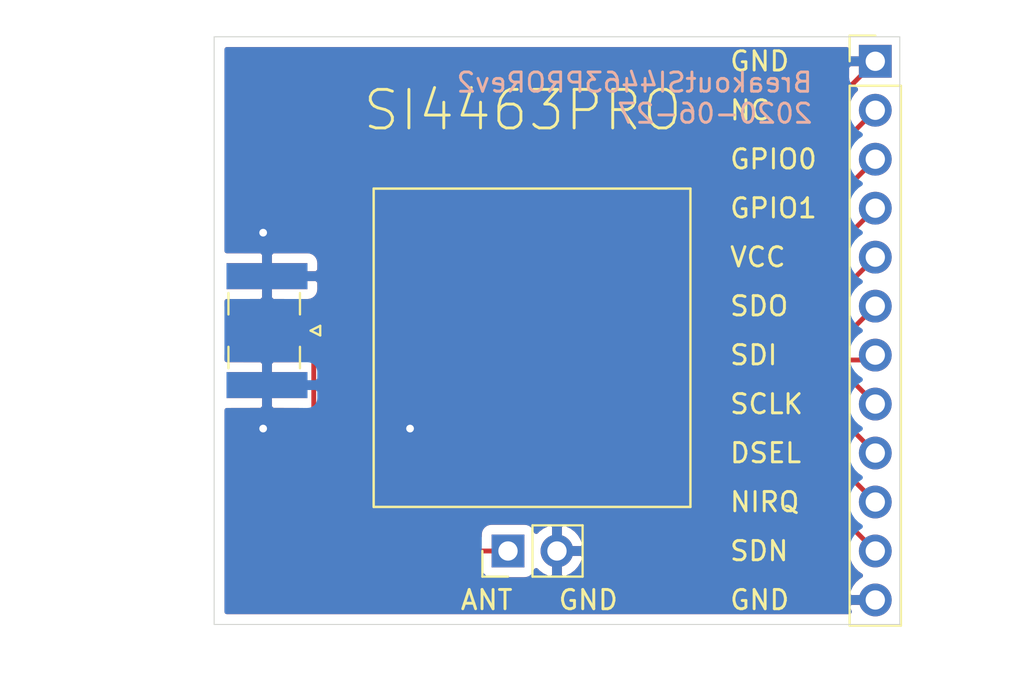
<source format=kicad_pcb>
(kicad_pcb (version 20171130) (host pcbnew "(5.1.5)-3")

  (general
    (thickness 1.6)
    (drawings 20)
    (tracks 36)
    (zones 0)
    (modules 4)
    (nets 13)
  )

  (page A4)
  (layers
    (0 F.Cu signal)
    (31 B.Cu signal)
    (32 B.Adhes user)
    (33 F.Adhes user)
    (34 B.Paste user)
    (35 F.Paste user)
    (36 B.SilkS user)
    (37 F.SilkS user)
    (38 B.Mask user)
    (39 F.Mask user)
    (40 Dwgs.User user)
    (41 Cmts.User user)
    (42 Eco1.User user)
    (43 Eco2.User user)
    (44 Edge.Cuts user)
    (45 Margin user)
    (46 B.CrtYd user)
    (47 F.CrtYd user)
    (48 B.Fab user)
    (49 F.Fab user)
  )

  (setup
    (last_trace_width 0.25)
    (trace_clearance 0.2)
    (zone_clearance 0.508)
    (zone_45_only no)
    (trace_min 0.2)
    (via_size 0.8)
    (via_drill 0.4)
    (via_min_size 0.4)
    (via_min_drill 0.3)
    (uvia_size 0.3)
    (uvia_drill 0.1)
    (uvias_allowed no)
    (uvia_min_size 0.2)
    (uvia_min_drill 0.1)
    (edge_width 0.05)
    (segment_width 0.2)
    (pcb_text_width 0.3)
    (pcb_text_size 1.5 1.5)
    (mod_edge_width 0.12)
    (mod_text_size 1 1)
    (mod_text_width 0.15)
    (pad_size 1.524 1.524)
    (pad_drill 0.762)
    (pad_to_mask_clearance 0.051)
    (solder_mask_min_width 0.25)
    (aux_axis_origin 0 0)
    (visible_elements 7FFFFFFF)
    (pcbplotparams
      (layerselection 0x010fc_ffffffff)
      (usegerberextensions false)
      (usegerberattributes false)
      (usegerberadvancedattributes false)
      (creategerberjobfile false)
      (excludeedgelayer true)
      (linewidth 0.100000)
      (plotframeref false)
      (viasonmask false)
      (mode 1)
      (useauxorigin false)
      (hpglpennumber 1)
      (hpglpenspeed 20)
      (hpglpendiameter 15.000000)
      (psnegative false)
      (psa4output false)
      (plotreference true)
      (plotvalue true)
      (plotinvisibletext false)
      (padsonsilk false)
      (subtractmaskfromsilk false)
      (outputformat 1)
      (mirror false)
      (drillshape 1)
      (scaleselection 1)
      (outputdirectory ""))
  )

  (net 0 "")
  (net 1 "Net-(J1-Pad1)")
  (net 2 "Net-(J3-Pad11)")
  (net 3 "Net-(J3-Pad10)")
  (net 4 "Net-(J3-Pad9)")
  (net 5 "Net-(J3-Pad8)")
  (net 6 "Net-(J3-Pad7)")
  (net 7 "Net-(J3-Pad6)")
  (net 8 "Net-(J3-Pad5)")
  (net 9 "Net-(J3-Pad4)")
  (net 10 "Net-(J3-Pad3)")
  (net 11 "Net-(J3-Pad2)")
  (net 12 GND)

  (net_class Default "This is the default net class."
    (clearance 0.2)
    (trace_width 0.25)
    (via_dia 0.8)
    (via_drill 0.4)
    (uvia_dia 0.3)
    (uvia_drill 0.1)
    (add_net GND)
    (add_net "Net-(J1-Pad1)")
    (add_net "Net-(J3-Pad10)")
    (add_net "Net-(J3-Pad11)")
    (add_net "Net-(J3-Pad2)")
    (add_net "Net-(J3-Pad3)")
    (add_net "Net-(J3-Pad4)")
    (add_net "Net-(J3-Pad5)")
    (add_net "Net-(J3-Pad6)")
    (add_net "Net-(J3-Pad7)")
    (add_net "Net-(J3-Pad8)")
    (add_net "Net-(J3-Pad9)")
  )

  (module Socket_Strips:Socket_Strip_Straight_1x02_Pitch2.54mm (layer F.Cu) (tedit 58CD5446) (tstamp 5F0C887E)
    (at 128.27 116.84 90)
    (descr "Through hole straight socket strip, 1x02, 2.54mm pitch, single row")
    (tags "Through hole socket strip THT 1x02 2.54mm single row")
    (path /5EF7DB04)
    (fp_text reference J2 (at 0 -2.33 90) (layer F.SilkS) hide
      (effects (font (size 1 1) (thickness 0.15)))
    )
    (fp_text value Conn_01x02_Female (at 0 4.87 90) (layer F.Fab)
      (effects (font (size 1 1) (thickness 0.15)))
    )
    (fp_text user %R (at 0 -2.33 90) (layer F.Fab)
      (effects (font (size 1 1) (thickness 0.15)))
    )
    (fp_line (start 1.8 -1.8) (end -1.8 -1.8) (layer F.CrtYd) (width 0.05))
    (fp_line (start 1.8 4.35) (end 1.8 -1.8) (layer F.CrtYd) (width 0.05))
    (fp_line (start -1.8 4.35) (end 1.8 4.35) (layer F.CrtYd) (width 0.05))
    (fp_line (start -1.8 -1.8) (end -1.8 4.35) (layer F.CrtYd) (width 0.05))
    (fp_line (start -1.33 -1.33) (end 0 -1.33) (layer F.SilkS) (width 0.12))
    (fp_line (start -1.33 0) (end -1.33 -1.33) (layer F.SilkS) (width 0.12))
    (fp_line (start 1.33 1.27) (end -1.33 1.27) (layer F.SilkS) (width 0.12))
    (fp_line (start 1.33 3.87) (end 1.33 1.27) (layer F.SilkS) (width 0.12))
    (fp_line (start -1.33 3.87) (end 1.33 3.87) (layer F.SilkS) (width 0.12))
    (fp_line (start -1.33 1.27) (end -1.33 3.87) (layer F.SilkS) (width 0.12))
    (fp_line (start 1.27 -1.27) (end -1.27 -1.27) (layer F.Fab) (width 0.1))
    (fp_line (start 1.27 3.81) (end 1.27 -1.27) (layer F.Fab) (width 0.1))
    (fp_line (start -1.27 3.81) (end 1.27 3.81) (layer F.Fab) (width 0.1))
    (fp_line (start -1.27 -1.27) (end -1.27 3.81) (layer F.Fab) (width 0.1))
    (pad 2 thru_hole oval (at 0 2.54 90) (size 1.7 1.7) (drill 1) (layers *.Cu *.Mask)
      (net 12 GND))
    (pad 1 thru_hole rect (at 0 0 90) (size 1.7 1.7) (drill 1) (layers *.Cu *.Mask)
      (net 1 "Net-(J1-Pad1)"))
    (model ${KISYS3DMOD}/Socket_Strips.3dshapes/Socket_Strip_Straight_1x02_Pitch2.54mm.wrl
      (offset (xyz 0 -1.269999980926514 0))
      (scale (xyz 1 1 1))
      (rotate (xyz 0 0 270))
    )
  )

  (module Socket_Strips:Socket_Strip_Straight_1x12_Pitch2.54mm (layer F.Cu) (tedit 58CD5446) (tstamp 5EF8C691)
    (at 147.32 91.44)
    (descr "Through hole straight socket strip, 1x12, 2.54mm pitch, single row")
    (tags "Through hole socket strip THT 1x12 2.54mm single row")
    (path /5EF7C630)
    (fp_text reference J3 (at 0 -2.33) (layer F.SilkS) hide
      (effects (font (size 1 1) (thickness 0.15)))
    )
    (fp_text value Conn_01x12_Female (at 0 30.27) (layer F.Fab)
      (effects (font (size 1 1) (thickness 0.15)))
    )
    (fp_text user %R (at 0 -2.33) (layer F.Fab)
      (effects (font (size 1 1) (thickness 0.15)))
    )
    (fp_line (start 1.8 -1.8) (end -1.8 -1.8) (layer F.CrtYd) (width 0.05))
    (fp_line (start 1.8 29.75) (end 1.8 -1.8) (layer F.CrtYd) (width 0.05))
    (fp_line (start -1.8 29.75) (end 1.8 29.75) (layer F.CrtYd) (width 0.05))
    (fp_line (start -1.8 -1.8) (end -1.8 29.75) (layer F.CrtYd) (width 0.05))
    (fp_line (start -1.33 -1.33) (end 0 -1.33) (layer F.SilkS) (width 0.12))
    (fp_line (start -1.33 0) (end -1.33 -1.33) (layer F.SilkS) (width 0.12))
    (fp_line (start 1.33 1.27) (end -1.33 1.27) (layer F.SilkS) (width 0.12))
    (fp_line (start 1.33 29.27) (end 1.33 1.27) (layer F.SilkS) (width 0.12))
    (fp_line (start -1.33 29.27) (end 1.33 29.27) (layer F.SilkS) (width 0.12))
    (fp_line (start -1.33 1.27) (end -1.33 29.27) (layer F.SilkS) (width 0.12))
    (fp_line (start 1.27 -1.27) (end -1.27 -1.27) (layer F.Fab) (width 0.1))
    (fp_line (start 1.27 29.21) (end 1.27 -1.27) (layer F.Fab) (width 0.1))
    (fp_line (start -1.27 29.21) (end 1.27 29.21) (layer F.Fab) (width 0.1))
    (fp_line (start -1.27 -1.27) (end -1.27 29.21) (layer F.Fab) (width 0.1))
    (pad 12 thru_hole oval (at 0 27.94) (size 1.7 1.7) (drill 1) (layers *.Cu *.Mask)
      (net 12 GND))
    (pad 11 thru_hole oval (at 0 25.4) (size 1.7 1.7) (drill 1) (layers *.Cu *.Mask)
      (net 2 "Net-(J3-Pad11)"))
    (pad 10 thru_hole oval (at 0 22.86) (size 1.7 1.7) (drill 1) (layers *.Cu *.Mask)
      (net 3 "Net-(J3-Pad10)"))
    (pad 9 thru_hole oval (at 0 20.32) (size 1.7 1.7) (drill 1) (layers *.Cu *.Mask)
      (net 4 "Net-(J3-Pad9)"))
    (pad 8 thru_hole oval (at 0 17.78) (size 1.7 1.7) (drill 1) (layers *.Cu *.Mask)
      (net 5 "Net-(J3-Pad8)"))
    (pad 7 thru_hole oval (at 0 15.24) (size 1.7 1.7) (drill 1) (layers *.Cu *.Mask)
      (net 6 "Net-(J3-Pad7)"))
    (pad 6 thru_hole oval (at 0 12.7) (size 1.7 1.7) (drill 1) (layers *.Cu *.Mask)
      (net 7 "Net-(J3-Pad6)"))
    (pad 5 thru_hole oval (at 0 10.16) (size 1.7 1.7) (drill 1) (layers *.Cu *.Mask)
      (net 8 "Net-(J3-Pad5)"))
    (pad 4 thru_hole oval (at 0 7.62) (size 1.7 1.7) (drill 1) (layers *.Cu *.Mask)
      (net 9 "Net-(J3-Pad4)"))
    (pad 3 thru_hole oval (at 0 5.08) (size 1.7 1.7) (drill 1) (layers *.Cu *.Mask)
      (net 10 "Net-(J3-Pad3)"))
    (pad 2 thru_hole oval (at 0 2.54) (size 1.7 1.7) (drill 1) (layers *.Cu *.Mask)
      (net 11 "Net-(J3-Pad2)"))
    (pad 1 thru_hole rect (at 0 0) (size 1.7 1.7) (drill 1) (layers *.Cu *.Mask)
      (net 12 GND))
    (model ${KISYS3DMOD}/Socket_Strips.3dshapes/Socket_Strip_Straight_1x12_Pitch2.54mm.wrl
      (offset (xyz 0 -13.96999979019165 0))
      (scale (xyz 1 1 1))
      (rotate (xyz 0 0 270))
    )
  )

  (module CustomFootprintLibrary:RF4463PRO_LiteralLayout (layer F.Cu) (tedit 5EF7AD4A) (tstamp 5F0C8FF7)
    (at 129.54 106.68 180)
    (path /5EF7A900)
    (fp_text reference U1 (at -6.858 -9.398) (layer F.SilkS) hide
      (effects (font (size 1 1) (thickness 0.15)))
    )
    (fp_text value RF4463PRO_LiteralLayout (at -1.524 10.16) (layer F.Fab)
      (effects (font (size 1 1) (thickness 0.15)))
    )
    (fp_line (start -8.1915 8.636) (end -8.1915 -7.874) (layer F.SilkS) (width 0.127))
    (fp_line (start -8.1915 -7.874) (end 8.23722 -7.874) (layer F.SilkS) (width 0.127))
    (fp_line (start 8.23722 8.636) (end -8.1915 8.636) (layer F.SilkS) (width 0.127))
    (fp_line (start 8.23722 -7.874) (end 8.23722 8.636) (layer F.SilkS) (width 0.127))
    (fp_text user >VALUE (at -1.524 6.731) (layer F.SilkS) hide
      (effects (font (size 1.27 1.27) (thickness 0.1016)))
    )
    (fp_text user >NAME (at -2.159 -5.969) (layer F.SilkS) hide
      (effects (font (size 1.27 1.27) (thickness 0.1016)))
    )
    (pad 13 smd rect (at 8.55472 -5.41274 180) (size 1.6764 0.8128) (layers F.Cu F.Paste F.Mask)
      (net 12 GND))
    (pad 12 smd rect (at -8.58774 7.366 180) (size 1.6764 0.8128) (layers F.Cu F.Paste F.Mask)
      (net 12 GND))
    (pad 9 smd rect (at -8.58774 3.556 180) (size 1.6764 0.8128) (layers F.Cu F.Paste F.Mask)
      (net 9 "Net-(J3-Pad4)"))
    (pad 2 smd rect (at -8.58774 -5.334 180) (size 1.6764 0.8128) (layers F.Cu F.Paste F.Mask)
      (net 2 "Net-(J3-Pad11)"))
    (pad 5 smd rect (at -8.58774 -1.524 180) (size 1.6764 0.8128) (layers F.Cu F.Paste F.Mask)
      (net 5 "Net-(J3-Pad8)"))
    (pad 6 smd rect (at -8.58774 -0.254 180) (size 1.6764 0.8128) (layers F.Cu F.Paste F.Mask)
      (net 6 "Net-(J3-Pad7)"))
    (pad 7 smd rect (at -8.58774 1.09474 180) (size 1.6764 0.8128) (layers F.Cu F.Paste F.Mask)
      (net 7 "Net-(J3-Pad6)"))
    (pad 10 smd rect (at -8.58774 4.826 180) (size 1.6764 0.8128) (layers F.Cu F.Paste F.Mask)
      (net 10 "Net-(J3-Pad3)"))
    (pad 1 smd rect (at -8.58774 -6.604 180) (size 1.6764 0.8128) (layers F.Cu F.Paste F.Mask)
      (net 12 GND))
    (pad 14 smd rect (at 8.55472 -6.604 180) (size 1.6764 0.8128) (layers F.Cu F.Paste F.Mask)
      (net 1 "Net-(J1-Pad1)"))
    (pad 11 smd rect (at -8.58774 6.096 180) (size 1.6764 0.8128) (layers F.Cu F.Paste F.Mask)
      (net 11 "Net-(J3-Pad2)"))
    (pad 8 smd rect (at -8.58774 2.286 180) (size 1.6764 0.8128) (layers F.Cu F.Paste F.Mask)
      (net 8 "Net-(J3-Pad5)"))
    (pad 4 smd rect (at -8.58774 -2.794 180) (size 1.6764 0.8128) (layers F.Cu F.Paste F.Mask)
      (net 4 "Net-(J3-Pad9)"))
    (pad 3 smd rect (at -8.58774 -4.064 180) (size 1.6764 0.8128) (layers F.Cu F.Paste F.Mask)
      (net 3 "Net-(J3-Pad10)"))
  )

  (module Connector_Coaxial:SMA_Samtec_SMA-J-P-X-ST-EM1_EdgeMount (layer F.Cu) (tedit 5DAA3454) (tstamp 5F0C8715)
    (at 115.77 105.41 270)
    (descr "Connector SMA, 0Hz to 20GHz, 50Ohm, Edge Mount (http://suddendocs.samtec.com/prints/sma-j-p-x-st-em1-mkt.pdf)")
    (tags "SMA Straight Samtec Edge Mount")
    (path /5EF7BE25)
    (attr smd)
    (fp_text reference J1 (at 0 -3.5 90) (layer F.SilkS) hide
      (effects (font (size 1 1) (thickness 0.15)))
    )
    (fp_text value Conn_Coaxial (at 0 13 90) (layer F.Fab)
      (effects (font (size 1 1) (thickness 0.15)))
    )
    (fp_line (start -0.25 -2.76) (end 0 -2.26) (layer F.SilkS) (width 0.12))
    (fp_line (start 0.25 -2.76) (end -0.25 -2.76) (layer F.SilkS) (width 0.12))
    (fp_line (start 0 -2.26) (end 0.25 -2.76) (layer F.SilkS) (width 0.12))
    (fp_line (start 0 3.1) (end -0.64 2.1) (layer F.Fab) (width 0.1))
    (fp_line (start 0.64 2.1) (end 0 3.1) (layer F.Fab) (width 0.1))
    (fp_text user %R (at 0 4.79 270) (layer F.Fab)
      (effects (font (size 1 1) (thickness 0.15)))
    )
    (fp_line (start 4 2.6) (end 4 -2.6) (layer F.CrtYd) (width 0.05))
    (fp_line (start 3.68 12.12) (end -3.68 12.12) (layer F.CrtYd) (width 0.05))
    (fp_line (start -4 2.6) (end -4 -2.6) (layer F.CrtYd) (width 0.05))
    (fp_line (start -4 -2.6) (end 4 -2.6) (layer F.CrtYd) (width 0.05))
    (fp_line (start 4 2.6) (end 4 -2.6) (layer B.CrtYd) (width 0.05))
    (fp_line (start 3.68 12.12) (end -3.68 12.12) (layer B.CrtYd) (width 0.05))
    (fp_line (start -4 2.6) (end -4 -2.6) (layer B.CrtYd) (width 0.05))
    (fp_line (start -4 -2.6) (end 4 -2.6) (layer B.CrtYd) (width 0.05))
    (fp_line (start 3.165 11.62) (end -3.165 11.62) (layer F.Fab) (width 0.1))
    (fp_line (start 3.175 -1.71) (end 3.175 11.62) (layer F.Fab) (width 0.1))
    (fp_line (start 3.175 -1.71) (end 2.365 -1.71) (layer F.Fab) (width 0.1))
    (fp_line (start 2.365 -1.71) (end 2.365 2.1) (layer F.Fab) (width 0.1))
    (fp_line (start 2.365 2.1) (end -2.365 2.1) (layer F.Fab) (width 0.1))
    (fp_line (start -2.365 2.1) (end -2.365 -1.71) (layer F.Fab) (width 0.1))
    (fp_line (start -2.365 -1.71) (end -3.175 -1.71) (layer F.Fab) (width 0.1))
    (fp_line (start -3.175 -1.71) (end -3.175 11.62) (layer F.Fab) (width 0.1))
    (fp_line (start 4.1 2.1) (end -4.1 2.1) (layer Dwgs.User) (width 0.1))
    (fp_text user "PCB Edge" (at 0 2.6 90) (layer Dwgs.User)
      (effects (font (size 0.5 0.5) (thickness 0.1)))
    )
    (fp_line (start -3.68 2.6) (end -4 2.6) (layer F.CrtYd) (width 0.05))
    (fp_line (start -3.68 12.12) (end -3.68 2.6) (layer F.CrtYd) (width 0.05))
    (fp_line (start 3.68 2.6) (end 4 2.6) (layer F.CrtYd) (width 0.05))
    (fp_line (start 3.68 2.6) (end 3.68 12.12) (layer F.CrtYd) (width 0.05))
    (fp_line (start -3.68 2.6) (end -4 2.6) (layer B.CrtYd) (width 0.05))
    (fp_line (start -3.68 12.12) (end -3.68 2.6) (layer B.CrtYd) (width 0.05))
    (fp_line (start 4 2.6) (end 3.68 2.6) (layer B.CrtYd) (width 0.05))
    (fp_line (start 3.68 2.6) (end 3.68 12.12) (layer B.CrtYd) (width 0.05))
    (fp_line (start -1.95 2) (end -0.84 2) (layer F.SilkS) (width 0.12))
    (fp_line (start 0.84 2) (end 1.95 2) (layer F.SilkS) (width 0.12))
    (fp_line (start -1.95 -1.71) (end -0.84 -1.71) (layer F.SilkS) (width 0.12))
    (fp_line (start 0.84 -1.71) (end 1.95 -1.71) (layer F.SilkS) (width 0.12))
    (fp_text user "Board Thickness: 1.57mm" (at 0 -5.45 90) (layer Cmts.User)
      (effects (font (size 1 1) (thickness 0.15)))
    )
    (pad 2 smd rect (at -2.825 0 270) (size 1.35 4.2) (layers B.Cu B.Paste B.Mask)
      (net 12 GND))
    (pad 2 smd rect (at 2.825 0 270) (size 1.35 4.2) (layers B.Cu B.Paste B.Mask)
      (net 12 GND))
    (pad 2 smd rect (at -2.825 0 270) (size 1.35 4.2) (layers F.Cu F.Paste F.Mask)
      (net 12 GND))
    (pad 2 smd rect (at 2.825 0 270) (size 1.35 4.2) (layers F.Cu F.Paste F.Mask)
      (net 12 GND))
    (pad 1 smd rect (at 0 0.2 270) (size 1.27 3.6) (layers F.Cu F.Paste F.Mask)
      (net 1 "Net-(J1-Pad1)"))
    (model ${KISYS3DMOD}/Connector_Coaxial.3dshapes/SMA_Samtec_SMA-J-P-X-ST-EM1_EdgeMount.wrl
      (at (xyz 0 0 0))
      (scale (xyz 1 1 1))
      (rotate (xyz 0 0 0))
    )
  )

  (gr_text "BreakoutSI4463PRORev2\n2020-06-27" (at 144.145 93.345) (layer B.SilkS)
    (effects (font (size 1 1) (thickness 0.15)) (justify left mirror))
  )
  (gr_line (start 148.59 120.65) (end 148.59 90.17) (layer Edge.Cuts) (width 0.05) (tstamp 5F0C8F95))
  (gr_line (start 113.03 120.65) (end 148.59 120.65) (layer Edge.Cuts) (width 0.05))
  (gr_line (start 113.03 90.17) (end 113.03 120.65) (layer Edge.Cuts) (width 0.05))
  (gr_line (start 148.59 90.17) (end 113.03 90.17) (layer Edge.Cuts) (width 0.05))
  (gr_text SI4463PRO (at 120.65 93.98) (layer F.SilkS)
    (effects (font (size 2 2) (thickness 0.15)) (justify left))
  )
  (gr_text ANT (at 125.73 119.38) (layer F.SilkS) (tstamp 5F0C8C58)
    (effects (font (size 1 1) (thickness 0.15)) (justify left))
  )
  (gr_text GND (at 130.81 119.38) (layer F.SilkS) (tstamp 5F0C8DFA)
    (effects (font (size 1 1) (thickness 0.15)) (justify left))
  )
  (gr_text GND (at 139.7 91.44) (layer F.SilkS) (tstamp 5F0C8C3A)
    (effects (font (size 1 1) (thickness 0.15)) (justify left))
  )
  (gr_text GND (at 139.7 119.38) (layer F.SilkS) (tstamp 5F0C8BFA)
    (effects (font (size 1 1) (thickness 0.15)) (justify left))
  )
  (gr_text SDN (at 139.7 116.84) (layer F.SilkS) (tstamp 5F0C8BF4)
    (effects (font (size 1 1) (thickness 0.15)) (justify left))
  )
  (gr_text NIRQ (at 139.7 114.3) (layer F.SilkS) (tstamp 5F0C8BF2)
    (effects (font (size 1 1) (thickness 0.15)) (justify left))
  )
  (gr_text DSEL (at 139.7 111.76) (layer F.SilkS) (tstamp 5F0C8BF0)
    (effects (font (size 1 1) (thickness 0.15)) (justify left))
  )
  (gr_text SCLK (at 139.7 109.22) (layer F.SilkS) (tstamp 5F0C8BEE)
    (effects (font (size 1 1) (thickness 0.15)) (justify left))
  )
  (gr_text SDI (at 139.7 106.68) (layer F.SilkS) (tstamp 5F0C8BEC)
    (effects (font (size 1 1) (thickness 0.15)) (justify left))
  )
  (gr_text SDO (at 139.7 104.14) (layer F.SilkS) (tstamp 5F0C8BEA)
    (effects (font (size 1 1) (thickness 0.15)) (justify left))
  )
  (gr_text VCC (at 139.7 101.6) (layer F.SilkS) (tstamp 5F0C8BE8)
    (effects (font (size 1 1) (thickness 0.15)) (justify left))
  )
  (gr_text GPIO1 (at 139.7 99.06) (layer F.SilkS) (tstamp 5F0C8BE6)
    (effects (font (size 1 1) (thickness 0.15)) (justify left))
  )
  (gr_text GPIO0 (at 139.7 96.52) (layer F.SilkS) (tstamp 5F0C8BE4)
    (effects (font (size 1 1) (thickness 0.15)) (justify left))
  )
  (gr_text NC (at 139.7 93.98) (layer F.SilkS)
    (effects (font (size 1 1) (thickness 0.15)) (justify left))
  )

  (segment (start 120.98528 113.9404) (end 120.98528 113.284) (width 0.25) (layer F.Cu) (net 1))
  (segment (start 123.88488 116.84) (end 120.98528 113.9404) (width 0.25) (layer F.Cu) (net 1))
  (segment (start 128.27 116.84) (end 123.88488 116.84) (width 0.25) (layer F.Cu) (net 1))
  (segment (start 117.62 105.41) (end 115.57 105.41) (width 0.25) (layer F.Cu) (net 1))
  (segment (start 118.195001 105.985001) (end 117.62 105.41) (width 0.25) (layer F.Cu) (net 1))
  (segment (start 118.195001 111.581921) (end 118.195001 105.985001) (width 0.25) (layer F.Cu) (net 1))
  (segment (start 119.89708 113.284) (end 118.195001 111.581921) (width 0.25) (layer F.Cu) (net 1))
  (segment (start 120.98528 113.284) (end 119.89708 113.284) (width 0.25) (layer F.Cu) (net 1))
  (segment (start 142.494 112.014) (end 147.32 116.84) (width 0.25) (layer F.Cu) (net 2))
  (segment (start 138.12774 112.014) (end 142.494 112.014) (width 0.25) (layer F.Cu) (net 2))
  (segment (start 143.764 110.744) (end 138.12774 110.744) (width 0.25) (layer F.Cu) (net 3))
  (segment (start 147.32 114.3) (end 143.764 110.744) (width 0.25) (layer F.Cu) (net 3))
  (segment (start 145.034 109.474) (end 147.32 111.76) (width 0.25) (layer F.Cu) (net 4))
  (segment (start 138.12774 109.474) (end 145.034 109.474) (width 0.25) (layer F.Cu) (net 4))
  (segment (start 146.304 108.204) (end 138.12774 108.204) (width 0.25) (layer F.Cu) (net 5))
  (segment (start 147.32 109.22) (end 146.304 108.204) (width 0.25) (layer F.Cu) (net 5))
  (segment (start 147.066 106.934) (end 147.32 106.68) (width 0.25) (layer F.Cu) (net 6))
  (segment (start 138.12774 106.934) (end 147.066 106.934) (width 0.25) (layer F.Cu) (net 6))
  (segment (start 145.87474 105.58526) (end 138.12774 105.58526) (width 0.25) (layer F.Cu) (net 7))
  (segment (start 147.32 104.14) (end 145.87474 105.58526) (width 0.25) (layer F.Cu) (net 7))
  (segment (start 144.526 104.394) (end 138.12774 104.394) (width 0.25) (layer F.Cu) (net 8))
  (segment (start 147.32 101.6) (end 144.526 104.394) (width 0.25) (layer F.Cu) (net 8))
  (segment (start 143.256 103.124) (end 147.32 99.06) (width 0.25) (layer F.Cu) (net 9))
  (segment (start 138.12774 103.124) (end 143.256 103.124) (width 0.25) (layer F.Cu) (net 9))
  (segment (start 141.986 101.854) (end 147.32 96.52) (width 0.25) (layer F.Cu) (net 10))
  (segment (start 138.12774 101.854) (end 141.986 101.854) (width 0.25) (layer F.Cu) (net 10))
  (segment (start 140.716 100.584) (end 147.32 93.98) (width 0.25) (layer F.Cu) (net 11))
  (segment (start 138.12774 100.584) (end 140.716 100.584) (width 0.25) (layer F.Cu) (net 11))
  (segment (start 139.446 99.314) (end 147.32 91.44) (width 0.25) (layer F.Cu) (net 12))
  (segment (start 138.12774 99.314) (end 139.446 99.314) (width 0.25) (layer F.Cu) (net 12))
  (segment (start 138.12774 113.9404) (end 138.12774 113.284) (width 0.25) (layer F.Cu) (net 12))
  (segment (start 143.56734 119.38) (end 138.12774 113.9404) (width 0.25) (layer F.Cu) (net 12))
  (segment (start 147.32 119.38) (end 143.56734 119.38) (width 0.25) (layer F.Cu) (net 12))
  (via (at 115.57 100.33) (size 0.8) (drill 0.4) (layers F.Cu B.Cu) (net 12))
  (via (at 115.57 110.49) (size 0.8) (drill 0.4) (layers F.Cu B.Cu) (net 12))
  (via (at 123.19 110.49) (size 0.8) (drill 0.4) (layers F.Cu B.Cu) (net 12))

  (zone (net 12) (net_name GND) (layer F.Cu) (tstamp 0) (hatch edge 0.508)
    (connect_pads (clearance 0.508))
    (min_thickness 0.254)
    (fill yes (arc_segments 32) (thermal_gap 0.508) (thermal_bridge_width 0.508))
    (polygon
      (pts
        (xy 148.59 120.65) (xy 113.03 120.65) (xy 113.03 90.17) (xy 148.59 90.17)
      )
    )
    (filled_polygon
      (pts
        (xy 145.835 91.15425) (xy 145.99375 91.313) (xy 147.193 91.313) (xy 147.193 91.293) (xy 147.447 91.293)
        (xy 147.447 91.313) (xy 147.467 91.313) (xy 147.467 91.567) (xy 147.447 91.567) (xy 147.447 91.587)
        (xy 147.193 91.587) (xy 147.193 91.567) (xy 145.99375 91.567) (xy 145.835 91.72575) (xy 145.831928 92.29)
        (xy 145.844188 92.414482) (xy 145.880498 92.53418) (xy 145.939463 92.644494) (xy 146.018815 92.741185) (xy 146.115506 92.820537)
        (xy 146.22582 92.879502) (xy 146.29838 92.901513) (xy 146.166525 93.033368) (xy 146.00401 93.276589) (xy 145.892068 93.546842)
        (xy 145.835 93.83374) (xy 145.835 94.12626) (xy 145.87879 94.346408) (xy 140.401199 99.824) (xy 139.593809 99.824)
        (xy 139.604012 99.7204) (xy 139.60094 99.59975) (xy 139.44219 99.441) (xy 138.25474 99.441) (xy 138.25474 99.461)
        (xy 138.00074 99.461) (xy 138.00074 99.441) (xy 136.81329 99.441) (xy 136.65454 99.59975) (xy 136.651468 99.7204)
        (xy 136.663728 99.844882) (xy 136.695312 99.949) (xy 136.663728 100.053118) (xy 136.651468 100.1776) (xy 136.651468 100.9904)
        (xy 136.663728 101.114882) (xy 136.695312 101.219) (xy 136.663728 101.323118) (xy 136.651468 101.4476) (xy 136.651468 102.2604)
        (xy 136.663728 102.384882) (xy 136.695312 102.489) (xy 136.663728 102.593118) (xy 136.651468 102.7176) (xy 136.651468 103.5304)
        (xy 136.663728 103.654882) (xy 136.695312 103.759) (xy 136.663728 103.863118) (xy 136.651468 103.9876) (xy 136.651468 104.8004)
        (xy 136.663728 104.924882) (xy 136.683369 104.98963) (xy 136.663728 105.054378) (xy 136.651468 105.17886) (xy 136.651468 105.99166)
        (xy 136.663728 106.116142) (xy 136.700038 106.23584) (xy 136.712754 106.25963) (xy 136.700038 106.28342) (xy 136.663728 106.403118)
        (xy 136.651468 106.5276) (xy 136.651468 107.3404) (xy 136.663728 107.464882) (xy 136.695312 107.569) (xy 136.663728 107.673118)
        (xy 136.651468 107.7976) (xy 136.651468 108.6104) (xy 136.663728 108.734882) (xy 136.695312 108.839) (xy 136.663728 108.943118)
        (xy 136.651468 109.0676) (xy 136.651468 109.8804) (xy 136.663728 110.004882) (xy 136.695312 110.109) (xy 136.663728 110.213118)
        (xy 136.651468 110.3376) (xy 136.651468 111.1504) (xy 136.663728 111.274882) (xy 136.695312 111.379) (xy 136.663728 111.483118)
        (xy 136.651468 111.6076) (xy 136.651468 112.4204) (xy 136.663728 112.544882) (xy 136.695312 112.649) (xy 136.663728 112.753118)
        (xy 136.651468 112.8776) (xy 136.65454 112.99825) (xy 136.81329 113.157) (xy 138.00074 113.157) (xy 138.00074 113.137)
        (xy 138.25474 113.137) (xy 138.25474 113.157) (xy 139.44219 113.157) (xy 139.60094 112.99825) (xy 139.604012 112.8776)
        (xy 139.593809 112.774) (xy 142.179199 112.774) (xy 145.87879 116.473592) (xy 145.835 116.69374) (xy 145.835 116.98626)
        (xy 145.892068 117.273158) (xy 146.00401 117.543411) (xy 146.166525 117.786632) (xy 146.373368 117.993475) (xy 146.555534 118.115195)
        (xy 146.438645 118.184822) (xy 146.222412 118.379731) (xy 146.048359 118.61308) (xy 145.923175 118.875901) (xy 145.878524 119.02311)
        (xy 145.999845 119.253) (xy 147.193 119.253) (xy 147.193 119.233) (xy 147.447 119.233) (xy 147.447 119.253)
        (xy 147.467 119.253) (xy 147.467 119.507) (xy 147.447 119.507) (xy 147.447 119.527) (xy 147.193 119.527)
        (xy 147.193 119.507) (xy 145.999845 119.507) (xy 145.878524 119.73689) (xy 145.923175 119.884099) (xy 145.973617 119.99)
        (xy 113.69 119.99) (xy 113.69 109.548038) (xy 115.48425 109.545) (xy 115.643 109.38625) (xy 115.643 108.362)
        (xy 115.623 108.362) (xy 115.623 108.108) (xy 115.643 108.108) (xy 115.643 107.08375) (xy 115.48425 106.925)
        (xy 113.69 106.921962) (xy 113.69 106.675193) (xy 113.77 106.683072) (xy 117.37 106.683072) (xy 117.435002 106.67667)
        (xy 117.435002 106.922665) (xy 116.05575 106.925) (xy 115.897 107.08375) (xy 115.897 108.108) (xy 115.917 108.108)
        (xy 115.917 108.362) (xy 115.897 108.362) (xy 115.897 109.38625) (xy 116.05575 109.545) (xy 117.435001 109.547335)
        (xy 117.435001 111.544598) (xy 117.431325 111.581921) (xy 117.435001 111.619243) (xy 117.435001 111.619253) (xy 117.445998 111.730906)
        (xy 117.486679 111.865014) (xy 117.489455 111.874167) (xy 117.560027 112.006197) (xy 117.597819 112.052246) (xy 117.655 112.121922)
        (xy 117.684004 112.145725) (xy 119.333281 113.795003) (xy 119.357079 113.824001) (xy 119.472804 113.918974) (xy 119.579809 113.97617)
        (xy 119.616543 114.044894) (xy 119.695895 114.141585) (xy 119.792586 114.220937) (xy 119.9029 114.279902) (xy 120.022598 114.316212)
        (xy 120.14708 114.328472) (xy 120.330954 114.328472) (xy 120.350306 114.364676) (xy 120.390151 114.413226) (xy 120.445279 114.480401)
        (xy 120.474283 114.504204) (xy 123.321081 117.351003) (xy 123.344879 117.380001) (xy 123.460604 117.474974) (xy 123.592633 117.545546)
        (xy 123.735894 117.589003) (xy 123.847547 117.6) (xy 123.847555 117.6) (xy 123.88488 117.603676) (xy 123.922205 117.6)
        (xy 126.781928 117.6) (xy 126.781928 117.69) (xy 126.794188 117.814482) (xy 126.830498 117.93418) (xy 126.889463 118.044494)
        (xy 126.968815 118.141185) (xy 127.065506 118.220537) (xy 127.17582 118.279502) (xy 127.295518 118.315812) (xy 127.42 118.328072)
        (xy 129.12 118.328072) (xy 129.244482 118.315812) (xy 129.36418 118.279502) (xy 129.474494 118.220537) (xy 129.571185 118.141185)
        (xy 129.650537 118.044494) (xy 129.709502 117.93418) (xy 129.733966 117.853534) (xy 129.809731 117.937588) (xy 130.04308 118.111641)
        (xy 130.305901 118.236825) (xy 130.45311 118.281476) (xy 130.683 118.160155) (xy 130.683 116.967) (xy 130.937 116.967)
        (xy 130.937 118.160155) (xy 131.16689 118.281476) (xy 131.314099 118.236825) (xy 131.57692 118.111641) (xy 131.810269 117.937588)
        (xy 132.005178 117.721355) (xy 132.154157 117.471252) (xy 132.251481 117.196891) (xy 132.130814 116.967) (xy 130.937 116.967)
        (xy 130.683 116.967) (xy 130.663 116.967) (xy 130.663 116.713) (xy 130.683 116.713) (xy 130.683 115.519845)
        (xy 130.937 115.519845) (xy 130.937 116.713) (xy 132.130814 116.713) (xy 132.251481 116.483109) (xy 132.154157 116.208748)
        (xy 132.005178 115.958645) (xy 131.810269 115.742412) (xy 131.57692 115.568359) (xy 131.314099 115.443175) (xy 131.16689 115.398524)
        (xy 130.937 115.519845) (xy 130.683 115.519845) (xy 130.45311 115.398524) (xy 130.305901 115.443175) (xy 130.04308 115.568359)
        (xy 129.809731 115.742412) (xy 129.733966 115.826466) (xy 129.709502 115.74582) (xy 129.650537 115.635506) (xy 129.571185 115.538815)
        (xy 129.474494 115.459463) (xy 129.36418 115.400498) (xy 129.244482 115.364188) (xy 129.12 115.351928) (xy 127.42 115.351928)
        (xy 127.295518 115.364188) (xy 127.17582 115.400498) (xy 127.065506 115.459463) (xy 126.968815 115.538815) (xy 126.889463 115.635506)
        (xy 126.830498 115.74582) (xy 126.794188 115.865518) (xy 126.781928 115.99) (xy 126.781928 116.08) (xy 124.199682 116.08)
        (xy 122.267306 114.147625) (xy 122.274665 114.141585) (xy 122.354017 114.044894) (xy 122.412982 113.93458) (xy 122.449292 113.814882)
        (xy 122.461552 113.6904) (xy 136.651468 113.6904) (xy 136.663728 113.814882) (xy 136.700038 113.93458) (xy 136.759003 114.044894)
        (xy 136.838355 114.141585) (xy 136.935046 114.220937) (xy 137.04536 114.279902) (xy 137.165058 114.316212) (xy 137.28954 114.328472)
        (xy 137.84199 114.3254) (xy 138.00074 114.16665) (xy 138.00074 113.411) (xy 138.25474 113.411) (xy 138.25474 114.16665)
        (xy 138.41349 114.3254) (xy 138.96594 114.328472) (xy 139.090422 114.316212) (xy 139.21012 114.279902) (xy 139.320434 114.220937)
        (xy 139.417125 114.141585) (xy 139.496477 114.044894) (xy 139.555442 113.93458) (xy 139.591752 113.814882) (xy 139.604012 113.6904)
        (xy 139.60094 113.56975) (xy 139.44219 113.411) (xy 138.25474 113.411) (xy 138.00074 113.411) (xy 136.81329 113.411)
        (xy 136.65454 113.56975) (xy 136.651468 113.6904) (xy 122.461552 113.6904) (xy 122.461552 112.8776) (xy 122.449292 112.753118)
        (xy 122.429651 112.68837) (xy 122.449292 112.623622) (xy 122.461552 112.49914) (xy 122.45848 112.37849) (xy 122.29973 112.21974)
        (xy 121.11228 112.21974) (xy 121.11228 112.239528) (xy 120.85828 112.239528) (xy 120.85828 112.21974) (xy 120.83828 112.21974)
        (xy 120.83828 111.96574) (xy 120.85828 111.96574) (xy 120.85828 111.21009) (xy 121.11228 111.21009) (xy 121.11228 111.96574)
        (xy 122.29973 111.96574) (xy 122.45848 111.80699) (xy 122.461552 111.68634) (xy 122.449292 111.561858) (xy 122.412982 111.44216)
        (xy 122.354017 111.331846) (xy 122.274665 111.235155) (xy 122.177974 111.155803) (xy 122.06766 111.096838) (xy 121.947962 111.060528)
        (xy 121.82348 111.048268) (xy 121.27103 111.05134) (xy 121.11228 111.21009) (xy 120.85828 111.21009) (xy 120.69953 111.05134)
        (xy 120.14708 111.048268) (xy 120.022598 111.060528) (xy 119.9029 111.096838) (xy 119.792586 111.155803) (xy 119.695895 111.235155)
        (xy 119.616543 111.331846) (xy 119.557578 111.44216) (xy 119.521268 111.561858) (xy 119.509008 111.68634) (xy 119.51208 111.80699)
        (xy 119.670828 111.965738) (xy 119.65362 111.965738) (xy 118.955001 111.26712) (xy 118.955001 106.022323) (xy 118.958677 105.985)
        (xy 118.955001 105.947677) (xy 118.955001 105.947668) (xy 118.944004 105.836015) (xy 118.900547 105.692754) (xy 118.829975 105.560725)
        (xy 118.735002 105.445) (xy 118.706003 105.421201) (xy 118.183803 104.899002) (xy 118.160001 104.869999) (xy 118.044276 104.775026)
        (xy 118.006063 104.7546) (xy 117.995812 104.650518) (xy 117.959502 104.53082) (xy 117.900537 104.420506) (xy 117.821185 104.323815)
        (xy 117.724494 104.244463) (xy 117.61418 104.185498) (xy 117.494482 104.149188) (xy 117.37 104.136928) (xy 113.77 104.136928)
        (xy 113.69 104.144807) (xy 113.69 103.898038) (xy 115.48425 103.895) (xy 115.643 103.73625) (xy 115.643 102.712)
        (xy 115.897 102.712) (xy 115.897 103.73625) (xy 116.05575 103.895) (xy 117.87 103.898072) (xy 117.994482 103.885812)
        (xy 118.11418 103.849502) (xy 118.224494 103.790537) (xy 118.321185 103.711185) (xy 118.400537 103.614494) (xy 118.459502 103.50418)
        (xy 118.495812 103.384482) (xy 118.508072 103.26) (xy 118.505 102.87075) (xy 118.34625 102.712) (xy 115.897 102.712)
        (xy 115.643 102.712) (xy 115.623 102.712) (xy 115.623 102.458) (xy 115.643 102.458) (xy 115.643 101.43375)
        (xy 115.897 101.43375) (xy 115.897 102.458) (xy 118.34625 102.458) (xy 118.505 102.29925) (xy 118.508072 101.91)
        (xy 118.495812 101.785518) (xy 118.459502 101.66582) (xy 118.400537 101.555506) (xy 118.321185 101.458815) (xy 118.224494 101.379463)
        (xy 118.11418 101.320498) (xy 117.994482 101.284188) (xy 117.87 101.271928) (xy 116.05575 101.275) (xy 115.897 101.43375)
        (xy 115.643 101.43375) (xy 115.48425 101.275) (xy 113.69 101.271962) (xy 113.69 98.9076) (xy 136.651468 98.9076)
        (xy 136.65454 99.02825) (xy 136.81329 99.187) (xy 138.00074 99.187) (xy 138.00074 98.43135) (xy 138.25474 98.43135)
        (xy 138.25474 99.187) (xy 139.44219 99.187) (xy 139.60094 99.02825) (xy 139.604012 98.9076) (xy 139.591752 98.783118)
        (xy 139.555442 98.66342) (xy 139.496477 98.553106) (xy 139.417125 98.456415) (xy 139.320434 98.377063) (xy 139.21012 98.318098)
        (xy 139.090422 98.281788) (xy 138.96594 98.269528) (xy 138.41349 98.2726) (xy 138.25474 98.43135) (xy 138.00074 98.43135)
        (xy 137.84199 98.2726) (xy 137.28954 98.269528) (xy 137.165058 98.281788) (xy 137.04536 98.318098) (xy 136.935046 98.377063)
        (xy 136.838355 98.456415) (xy 136.759003 98.553106) (xy 136.700038 98.66342) (xy 136.663728 98.783118) (xy 136.651468 98.9076)
        (xy 113.69 98.9076) (xy 113.69 90.83) (xy 145.833235 90.83)
      )
    )
  )
  (zone (net 12) (net_name GND) (layer B.Cu) (tstamp 0) (hatch edge 0.508)
    (connect_pads (clearance 0.508))
    (min_thickness 0.254)
    (fill yes (arc_segments 32) (thermal_gap 0.508) (thermal_bridge_width 0.508))
    (polygon
      (pts
        (xy 148.59 120.65) (xy 113.03 120.65) (xy 113.03 90.17) (xy 148.59 90.17)
      )
    )
    (filled_polygon
      (pts
        (xy 145.835 91.15425) (xy 145.99375 91.313) (xy 147.193 91.313) (xy 147.193 91.293) (xy 147.447 91.293)
        (xy 147.447 91.313) (xy 147.467 91.313) (xy 147.467 91.567) (xy 147.447 91.567) (xy 147.447 91.587)
        (xy 147.193 91.587) (xy 147.193 91.567) (xy 145.99375 91.567) (xy 145.835 91.72575) (xy 145.831928 92.29)
        (xy 145.844188 92.414482) (xy 145.880498 92.53418) (xy 145.939463 92.644494) (xy 146.018815 92.741185) (xy 146.115506 92.820537)
        (xy 146.22582 92.879502) (xy 146.29838 92.901513) (xy 146.166525 93.033368) (xy 146.00401 93.276589) (xy 145.892068 93.546842)
        (xy 145.835 93.83374) (xy 145.835 94.12626) (xy 145.892068 94.413158) (xy 146.00401 94.683411) (xy 146.166525 94.926632)
        (xy 146.373368 95.133475) (xy 146.54776 95.25) (xy 146.373368 95.366525) (xy 146.166525 95.573368) (xy 146.00401 95.816589)
        (xy 145.892068 96.086842) (xy 145.835 96.37374) (xy 145.835 96.66626) (xy 145.892068 96.953158) (xy 146.00401 97.223411)
        (xy 146.166525 97.466632) (xy 146.373368 97.673475) (xy 146.54776 97.79) (xy 146.373368 97.906525) (xy 146.166525 98.113368)
        (xy 146.00401 98.356589) (xy 145.892068 98.626842) (xy 145.835 98.91374) (xy 145.835 99.20626) (xy 145.892068 99.493158)
        (xy 146.00401 99.763411) (xy 146.166525 100.006632) (xy 146.373368 100.213475) (xy 146.54776 100.33) (xy 146.373368 100.446525)
        (xy 146.166525 100.653368) (xy 146.00401 100.896589) (xy 145.892068 101.166842) (xy 145.835 101.45374) (xy 145.835 101.74626)
        (xy 145.892068 102.033158) (xy 146.00401 102.303411) (xy 146.166525 102.546632) (xy 146.373368 102.753475) (xy 146.54776 102.87)
        (xy 146.373368 102.986525) (xy 146.166525 103.193368) (xy 146.00401 103.436589) (xy 145.892068 103.706842) (xy 145.835 103.99374)
        (xy 145.835 104.28626) (xy 145.892068 104.573158) (xy 146.00401 104.843411) (xy 146.166525 105.086632) (xy 146.373368 105.293475)
        (xy 146.54776 105.41) (xy 146.373368 105.526525) (xy 146.166525 105.733368) (xy 146.00401 105.976589) (xy 145.892068 106.246842)
        (xy 145.835 106.53374) (xy 145.835 106.82626) (xy 145.892068 107.113158) (xy 146.00401 107.383411) (xy 146.166525 107.626632)
        (xy 146.373368 107.833475) (xy 146.54776 107.95) (xy 146.373368 108.066525) (xy 146.166525 108.273368) (xy 146.00401 108.516589)
        (xy 145.892068 108.786842) (xy 145.835 109.07374) (xy 145.835 109.36626) (xy 145.892068 109.653158) (xy 146.00401 109.923411)
        (xy 146.166525 110.166632) (xy 146.373368 110.373475) (xy 146.54776 110.49) (xy 146.373368 110.606525) (xy 146.166525 110.813368)
        (xy 146.00401 111.056589) (xy 145.892068 111.326842) (xy 145.835 111.61374) (xy 145.835 111.90626) (xy 145.892068 112.193158)
        (xy 146.00401 112.463411) (xy 146.166525 112.706632) (xy 146.373368 112.913475) (xy 146.54776 113.03) (xy 146.373368 113.146525)
        (xy 146.166525 113.353368) (xy 146.00401 113.596589) (xy 145.892068 113.866842) (xy 145.835 114.15374) (xy 145.835 114.44626)
        (xy 145.892068 114.733158) (xy 146.00401 115.003411) (xy 146.166525 115.246632) (xy 146.373368 115.453475) (xy 146.54776 115.57)
        (xy 146.373368 115.686525) (xy 146.166525 115.893368) (xy 146.00401 116.136589) (xy 145.892068 116.406842) (xy 145.835 116.69374)
        (xy 145.835 116.98626) (xy 145.892068 117.273158) (xy 146.00401 117.543411) (xy 146.166525 117.786632) (xy 146.373368 117.993475)
        (xy 146.555534 118.115195) (xy 146.438645 118.184822) (xy 146.222412 118.379731) (xy 146.048359 118.61308) (xy 145.923175 118.875901)
        (xy 145.878524 119.02311) (xy 145.999845 119.253) (xy 147.193 119.253) (xy 147.193 119.233) (xy 147.447 119.233)
        (xy 147.447 119.253) (xy 147.467 119.253) (xy 147.467 119.507) (xy 147.447 119.507) (xy 147.447 119.527)
        (xy 147.193 119.527) (xy 147.193 119.507) (xy 145.999845 119.507) (xy 145.878524 119.73689) (xy 145.923175 119.884099)
        (xy 145.973617 119.99) (xy 113.69 119.99) (xy 113.69 115.99) (xy 126.781928 115.99) (xy 126.781928 117.69)
        (xy 126.794188 117.814482) (xy 126.830498 117.93418) (xy 126.889463 118.044494) (xy 126.968815 118.141185) (xy 127.065506 118.220537)
        (xy 127.17582 118.279502) (xy 127.295518 118.315812) (xy 127.42 118.328072) (xy 129.12 118.328072) (xy 129.244482 118.315812)
        (xy 129.36418 118.279502) (xy 129.474494 118.220537) (xy 129.571185 118.141185) (xy 129.650537 118.044494) (xy 129.709502 117.93418)
        (xy 129.733966 117.853534) (xy 129.809731 117.937588) (xy 130.04308 118.111641) (xy 130.305901 118.236825) (xy 130.45311 118.281476)
        (xy 130.683 118.160155) (xy 130.683 116.967) (xy 130.937 116.967) (xy 130.937 118.160155) (xy 131.16689 118.281476)
        (xy 131.314099 118.236825) (xy 131.57692 118.111641) (xy 131.810269 117.937588) (xy 132.005178 117.721355) (xy 132.154157 117.471252)
        (xy 132.251481 117.196891) (xy 132.130814 116.967) (xy 130.937 116.967) (xy 130.683 116.967) (xy 130.663 116.967)
        (xy 130.663 116.713) (xy 130.683 116.713) (xy 130.683 115.519845) (xy 130.937 115.519845) (xy 130.937 116.713)
        (xy 132.130814 116.713) (xy 132.251481 116.483109) (xy 132.154157 116.208748) (xy 132.005178 115.958645) (xy 131.810269 115.742412)
        (xy 131.57692 115.568359) (xy 131.314099 115.443175) (xy 131.16689 115.398524) (xy 130.937 115.519845) (xy 130.683 115.519845)
        (xy 130.45311 115.398524) (xy 130.305901 115.443175) (xy 130.04308 115.568359) (xy 129.809731 115.742412) (xy 129.733966 115.826466)
        (xy 129.709502 115.74582) (xy 129.650537 115.635506) (xy 129.571185 115.538815) (xy 129.474494 115.459463) (xy 129.36418 115.400498)
        (xy 129.244482 115.364188) (xy 129.12 115.351928) (xy 127.42 115.351928) (xy 127.295518 115.364188) (xy 127.17582 115.400498)
        (xy 127.065506 115.459463) (xy 126.968815 115.538815) (xy 126.889463 115.635506) (xy 126.830498 115.74582) (xy 126.794188 115.865518)
        (xy 126.781928 115.99) (xy 113.69 115.99) (xy 113.69 109.548038) (xy 115.48425 109.545) (xy 115.643 109.38625)
        (xy 115.643 108.362) (xy 115.897 108.362) (xy 115.897 109.38625) (xy 116.05575 109.545) (xy 117.87 109.548072)
        (xy 117.994482 109.535812) (xy 118.11418 109.499502) (xy 118.224494 109.440537) (xy 118.321185 109.361185) (xy 118.400537 109.264494)
        (xy 118.459502 109.15418) (xy 118.495812 109.034482) (xy 118.508072 108.91) (xy 118.505 108.52075) (xy 118.34625 108.362)
        (xy 115.897 108.362) (xy 115.643 108.362) (xy 115.623 108.362) (xy 115.623 108.108) (xy 115.643 108.108)
        (xy 115.643 107.08375) (xy 115.897 107.08375) (xy 115.897 108.108) (xy 118.34625 108.108) (xy 118.505 107.94925)
        (xy 118.508072 107.56) (xy 118.495812 107.435518) (xy 118.459502 107.31582) (xy 118.400537 107.205506) (xy 118.321185 107.108815)
        (xy 118.224494 107.029463) (xy 118.11418 106.970498) (xy 117.994482 106.934188) (xy 117.87 106.921928) (xy 116.05575 106.925)
        (xy 115.897 107.08375) (xy 115.643 107.08375) (xy 115.48425 106.925) (xy 113.69 106.921962) (xy 113.69 103.898038)
        (xy 115.48425 103.895) (xy 115.643 103.73625) (xy 115.643 102.712) (xy 115.897 102.712) (xy 115.897 103.73625)
        (xy 116.05575 103.895) (xy 117.87 103.898072) (xy 117.994482 103.885812) (xy 118.11418 103.849502) (xy 118.224494 103.790537)
        (xy 118.321185 103.711185) (xy 118.400537 103.614494) (xy 118.459502 103.50418) (xy 118.495812 103.384482) (xy 118.508072 103.26)
        (xy 118.505 102.87075) (xy 118.34625 102.712) (xy 115.897 102.712) (xy 115.643 102.712) (xy 115.623 102.712)
        (xy 115.623 102.458) (xy 115.643 102.458) (xy 115.643 101.43375) (xy 115.897 101.43375) (xy 115.897 102.458)
        (xy 118.34625 102.458) (xy 118.505 102.29925) (xy 118.508072 101.91) (xy 118.495812 101.785518) (xy 118.459502 101.66582)
        (xy 118.400537 101.555506) (xy 118.321185 101.458815) (xy 118.224494 101.379463) (xy 118.11418 101.320498) (xy 117.994482 101.284188)
        (xy 117.87 101.271928) (xy 116.05575 101.275) (xy 115.897 101.43375) (xy 115.643 101.43375) (xy 115.48425 101.275)
        (xy 113.69 101.271962) (xy 113.69 90.83) (xy 145.833235 90.83)
      )
    )
  )
)

</source>
